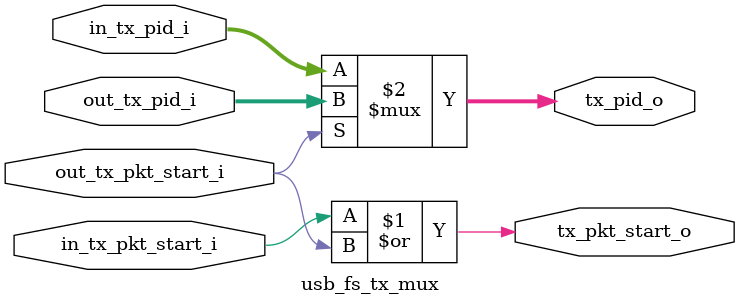
<source format=sv>

module usb_fs_tx_mux (
  // interface to IN Protocol Engine
  input logic in_tx_pkt_start_i,
  input logic [3:0] in_tx_pid_i,

  // interface to OUT Protocol Engine
  input logic out_tx_pkt_start_i,
  input logic [3:0] out_tx_pid_i,

  // interface to tx module
  output logic tx_pkt_start_o,
  output logic [3:0] tx_pid_o
);

  assign tx_pkt_start_o = in_tx_pkt_start_i | out_tx_pkt_start_i;
  assign tx_pid_o       = out_tx_pkt_start_i ? out_tx_pid_i : in_tx_pid_i;

endmodule

</source>
